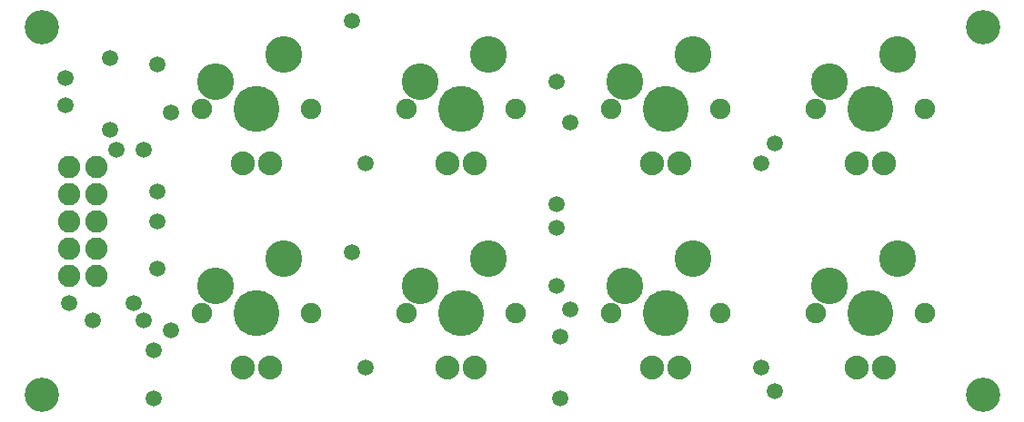
<source format=gbr>
G04 EAGLE Gerber RS-274X export*
G75*
%MOMM*%
%FSLAX34Y34*%
%LPD*%
%INSoldermask Top*%
%IPPOS*%
%AMOC8*
5,1,8,0,0,1.08239X$1,22.5*%
G01*
%ADD10C,3.200400*%
%ADD11C,4.292600*%
%ADD12C,1.910081*%
%ADD13C,2.235200*%
%ADD14C,3.429000*%
%ADD15C,2.082800*%
%ADD16C,1.503200*%


D10*
X25400Y368300D03*
X25400Y25400D03*
X901700Y368300D03*
X901700Y25400D03*
D11*
X225425Y292100D03*
D12*
X174625Y292100D03*
X276225Y292100D03*
D13*
X212725Y241300D03*
X238125Y241300D03*
D14*
X187325Y317500D03*
X250825Y342900D03*
D11*
X415925Y292100D03*
D12*
X365125Y292100D03*
X466725Y292100D03*
D13*
X403225Y241300D03*
X428625Y241300D03*
D14*
X377825Y317500D03*
X441325Y342900D03*
D11*
X606425Y292100D03*
D12*
X555625Y292100D03*
X657225Y292100D03*
D13*
X593725Y241300D03*
X619125Y241300D03*
D14*
X568325Y317500D03*
X631825Y342900D03*
D11*
X796925Y292100D03*
D12*
X746125Y292100D03*
X847725Y292100D03*
D13*
X784225Y241300D03*
X809625Y241300D03*
D14*
X758825Y317500D03*
X822325Y342900D03*
D11*
X225425Y101600D03*
D12*
X174625Y101600D03*
X276225Y101600D03*
D13*
X212725Y50800D03*
X238125Y50800D03*
D14*
X187325Y127000D03*
X250825Y152400D03*
D11*
X415925Y101600D03*
D12*
X365125Y101600D03*
X466725Y101600D03*
D13*
X403225Y50800D03*
X428625Y50800D03*
D14*
X377825Y127000D03*
X441325Y152400D03*
D11*
X606425Y101600D03*
D12*
X555625Y101600D03*
X657225Y101600D03*
D13*
X593725Y50800D03*
X619125Y50800D03*
D14*
X568325Y127000D03*
X631825Y152400D03*
D11*
X796925Y101600D03*
D12*
X746125Y101600D03*
X847725Y101600D03*
D13*
X784225Y50800D03*
X809625Y50800D03*
D14*
X758825Y127000D03*
X822325Y152400D03*
D15*
X76200Y136525D03*
X50800Y136525D03*
X76200Y161925D03*
X50800Y161925D03*
X76200Y187325D03*
X50800Y187325D03*
X76200Y212725D03*
X50800Y212725D03*
X76200Y238125D03*
X50800Y238125D03*
D16*
X120650Y254000D03*
X94719Y254000D03*
X504825Y317500D03*
X504825Y203200D03*
X133350Y187325D03*
X133350Y142875D03*
X314325Y158750D03*
X314325Y374650D03*
X120650Y95250D03*
X73025Y95250D03*
X111125Y111125D03*
X50800Y111125D03*
X695325Y241300D03*
X695325Y50800D03*
X327025Y241300D03*
X327025Y50800D03*
X708025Y260350D03*
X708025Y28575D03*
X133350Y215369D03*
X133350Y333375D03*
X47625Y295275D03*
X47625Y320675D03*
X88900Y339725D03*
X88900Y273050D03*
X504825Y127000D03*
X504825Y180975D03*
X517525Y279400D03*
X517525Y104775D03*
X146050Y288925D03*
X146050Y85725D03*
X508000Y79375D03*
X508000Y22225D03*
X130175Y22225D03*
X130175Y66675D03*
M02*

</source>
